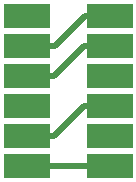
<source format=gbr>
G04 #@! TF.GenerationSoftware,KiCad,Pcbnew,5.1.4*
G04 #@! TF.CreationDate,2019-09-26T11:05:18-04:00*
G04 #@! TF.ProjectId,bluetooth_board,626c7565-746f-46f7-9468-5f626f617264,rev?*
G04 #@! TF.SameCoordinates,PX8442660PY5f8f9f8*
G04 #@! TF.FileFunction,Copper,L1,Top*
G04 #@! TF.FilePolarity,Positive*
%FSLAX46Y46*%
G04 Gerber Fmt 4.6, Leading zero omitted, Abs format (unit mm)*
G04 Created by KiCad (PCBNEW 5.1.4) date 2019-09-26 11:05:18*
%MOMM*%
%LPD*%
G04 APERTURE LIST*
%ADD10R,4.000000X2.000000*%
%ADD11C,0.500000*%
G04 APERTURE END LIST*
D10*
X9033000Y13783000D03*
X9033000Y11243000D03*
X9033000Y8703000D03*
X9033000Y6163000D03*
X9033000Y3623000D03*
X9033000Y1083000D03*
X2016000Y13783000D03*
X2016000Y11243000D03*
X2016000Y8703000D03*
X2016000Y6163000D03*
X2016000Y3623000D03*
X2016000Y1083000D03*
D11*
X1066000Y1083000D02*
X10066000Y1083000D01*
X6865998Y6163000D02*
X8316000Y6163000D01*
X4325998Y3623000D02*
X6865998Y6163000D01*
X2816000Y3623000D02*
X4325998Y3623000D01*
X6865998Y11243000D02*
X8316000Y11243000D01*
X2816000Y8703000D02*
X4325998Y8703000D01*
X4325998Y8703000D02*
X6865998Y11243000D01*
X1066000Y11243000D02*
X4356000Y11243000D01*
X6896000Y13783000D02*
X10066000Y13783000D01*
X4356000Y11243000D02*
X6896000Y13783000D01*
M02*

</source>
